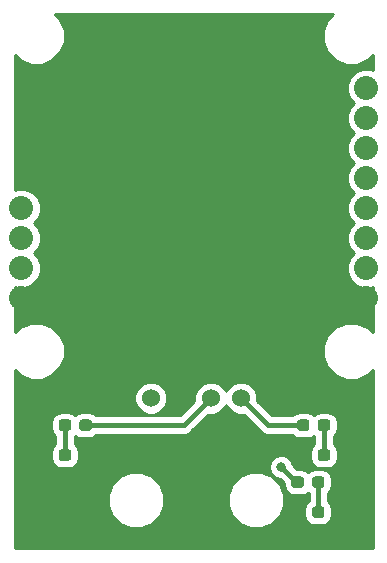
<source format=gbr>
G04 #@! TF.GenerationSoftware,KiCad,Pcbnew,(5.0.2)-1*
G04 #@! TF.CreationDate,2019-03-03T18:02:14-06:00*
G04 #@! TF.ProjectId,IMUBreakout_Hardware,494d5542-7265-4616-9b6f-75745f486172,rev?*
G04 #@! TF.SameCoordinates,Original*
G04 #@! TF.FileFunction,Copper,L1,Top*
G04 #@! TF.FilePolarity,Positive*
%FSLAX46Y46*%
G04 Gerber Fmt 4.6, Leading zero omitted, Abs format (unit mm)*
G04 Created by KiCad (PCBNEW (5.0.2)-1) date 3/3/2019 6:02:14 PM*
%MOMM*%
%LPD*%
G01*
G04 APERTURE LIST*
G04 #@! TA.AperFunction,ComponentPad*
%ADD10C,2.032000*%
G04 #@! TD*
G04 #@! TA.AperFunction,ComponentPad*
%ADD11C,1.524000*%
G04 #@! TD*
G04 #@! TA.AperFunction,Conductor*
%ADD12C,0.100000*%
G04 #@! TD*
G04 #@! TA.AperFunction,SMDPad,CuDef*
%ADD13C,0.950000*%
G04 #@! TD*
G04 #@! TA.AperFunction,ViaPad*
%ADD14C,0.800000*%
G04 #@! TD*
G04 #@! TA.AperFunction,Conductor*
%ADD15C,0.381000*%
G04 #@! TD*
G04 #@! TA.AperFunction,Conductor*
%ADD16C,0.254000*%
G04 #@! TD*
G04 APERTURE END LIST*
D10*
G04 #@! TO.P,U1,12*
G04 #@! TO.N,Net-(U1-Pad12)*
X176017999Y-69036001D03*
G04 #@! TO.P,U1,11*
G04 #@! TO.N,Net-(U1-Pad11)*
X176017999Y-71576001D03*
G04 #@! TO.P,U1,10*
G04 #@! TO.N,Net-(U1-Pad10)*
X176017999Y-74116001D03*
G04 #@! TO.P,U1,9*
G04 #@! TO.N,Net-(U1-Pad9)*
X176017999Y-76656001D03*
G04 #@! TO.P,U1,8*
G04 #@! TO.N,TX*
X176017999Y-79196001D03*
G04 #@! TO.P,U1,7*
G04 #@! TO.N,RX*
X176017999Y-81736001D03*
G04 #@! TO.P,U1,6*
G04 #@! TO.N,+3V3*
X176017999Y-84276001D03*
G04 #@! TO.P,U1,5*
G04 #@! TO.N,GND*
X176017999Y-86816001D03*
G04 #@! TO.P,U1,4*
G04 #@! TO.N,Net-(U1-Pad4)*
X146808000Y-79196001D03*
G04 #@! TO.P,U1,3*
G04 #@! TO.N,Net-(U1-Pad3)*
X146808000Y-81736001D03*
G04 #@! TO.P,U1,2*
G04 #@! TO.N,+3V3*
X146808000Y-84276001D03*
G04 #@! TO.P,U1,1*
G04 #@! TO.N,GND*
X146808000Y-86816001D03*
G04 #@! TD*
D11*
G04 #@! TO.P,Conn1,1*
G04 #@! TO.N,RX*
X165404800Y-95250000D03*
G04 #@! TO.P,Conn1,2*
G04 #@! TO.N,TX*
X162864800Y-95250000D03*
G04 #@! TO.P,Conn1,3*
G04 #@! TO.N,GND*
X160324800Y-95250000D03*
G04 #@! TO.P,Conn1,4*
G04 #@! TO.N,+3V3*
X157784800Y-95250000D03*
G04 #@! TD*
D12*
G04 #@! TO.N,GND*
G04 #@! TO.C,D1*
G36*
X170998779Y-99602144D02*
X171021834Y-99605563D01*
X171044443Y-99611227D01*
X171066387Y-99619079D01*
X171087457Y-99629044D01*
X171107448Y-99641026D01*
X171126168Y-99654910D01*
X171143438Y-99670562D01*
X171159090Y-99687832D01*
X171172974Y-99706552D01*
X171184956Y-99726543D01*
X171194921Y-99747613D01*
X171202773Y-99769557D01*
X171208437Y-99792166D01*
X171211856Y-99815221D01*
X171213000Y-99838500D01*
X171213000Y-100313500D01*
X171211856Y-100336779D01*
X171208437Y-100359834D01*
X171202773Y-100382443D01*
X171194921Y-100404387D01*
X171184956Y-100425457D01*
X171172974Y-100445448D01*
X171159090Y-100464168D01*
X171143438Y-100481438D01*
X171126168Y-100497090D01*
X171107448Y-100510974D01*
X171087457Y-100522956D01*
X171066387Y-100532921D01*
X171044443Y-100540773D01*
X171021834Y-100546437D01*
X170998779Y-100549856D01*
X170975500Y-100551000D01*
X170400500Y-100551000D01*
X170377221Y-100549856D01*
X170354166Y-100546437D01*
X170331557Y-100540773D01*
X170309613Y-100532921D01*
X170288543Y-100522956D01*
X170268552Y-100510974D01*
X170249832Y-100497090D01*
X170232562Y-100481438D01*
X170216910Y-100464168D01*
X170203026Y-100445448D01*
X170191044Y-100425457D01*
X170181079Y-100404387D01*
X170173227Y-100382443D01*
X170167563Y-100359834D01*
X170164144Y-100336779D01*
X170163000Y-100313500D01*
X170163000Y-99838500D01*
X170164144Y-99815221D01*
X170167563Y-99792166D01*
X170173227Y-99769557D01*
X170181079Y-99747613D01*
X170191044Y-99726543D01*
X170203026Y-99706552D01*
X170216910Y-99687832D01*
X170232562Y-99670562D01*
X170249832Y-99654910D01*
X170268552Y-99641026D01*
X170288543Y-99629044D01*
X170309613Y-99619079D01*
X170331557Y-99611227D01*
X170354166Y-99605563D01*
X170377221Y-99602144D01*
X170400500Y-99601000D01*
X170975500Y-99601000D01*
X170998779Y-99602144D01*
X170998779Y-99602144D01*
G37*
D13*
G04 #@! TD*
G04 #@! TO.P,D1,1*
G04 #@! TO.N,GND*
X170688000Y-100076000D03*
D12*
G04 #@! TO.N,Net-(D1-Pad2)*
G04 #@! TO.C,D1*
G36*
X172748779Y-99602144D02*
X172771834Y-99605563D01*
X172794443Y-99611227D01*
X172816387Y-99619079D01*
X172837457Y-99629044D01*
X172857448Y-99641026D01*
X172876168Y-99654910D01*
X172893438Y-99670562D01*
X172909090Y-99687832D01*
X172922974Y-99706552D01*
X172934956Y-99726543D01*
X172944921Y-99747613D01*
X172952773Y-99769557D01*
X172958437Y-99792166D01*
X172961856Y-99815221D01*
X172963000Y-99838500D01*
X172963000Y-100313500D01*
X172961856Y-100336779D01*
X172958437Y-100359834D01*
X172952773Y-100382443D01*
X172944921Y-100404387D01*
X172934956Y-100425457D01*
X172922974Y-100445448D01*
X172909090Y-100464168D01*
X172893438Y-100481438D01*
X172876168Y-100497090D01*
X172857448Y-100510974D01*
X172837457Y-100522956D01*
X172816387Y-100532921D01*
X172794443Y-100540773D01*
X172771834Y-100546437D01*
X172748779Y-100549856D01*
X172725500Y-100551000D01*
X172150500Y-100551000D01*
X172127221Y-100549856D01*
X172104166Y-100546437D01*
X172081557Y-100540773D01*
X172059613Y-100532921D01*
X172038543Y-100522956D01*
X172018552Y-100510974D01*
X171999832Y-100497090D01*
X171982562Y-100481438D01*
X171966910Y-100464168D01*
X171953026Y-100445448D01*
X171941044Y-100425457D01*
X171931079Y-100404387D01*
X171923227Y-100382443D01*
X171917563Y-100359834D01*
X171914144Y-100336779D01*
X171913000Y-100313500D01*
X171913000Y-99838500D01*
X171914144Y-99815221D01*
X171917563Y-99792166D01*
X171923227Y-99769557D01*
X171931079Y-99747613D01*
X171941044Y-99726543D01*
X171953026Y-99706552D01*
X171966910Y-99687832D01*
X171982562Y-99670562D01*
X171999832Y-99654910D01*
X172018552Y-99641026D01*
X172038543Y-99629044D01*
X172059613Y-99619079D01*
X172081557Y-99611227D01*
X172104166Y-99605563D01*
X172127221Y-99602144D01*
X172150500Y-99601000D01*
X172725500Y-99601000D01*
X172748779Y-99602144D01*
X172748779Y-99602144D01*
G37*
D13*
G04 #@! TD*
G04 #@! TO.P,D1,2*
G04 #@! TO.N,Net-(D1-Pad2)*
X172438000Y-100076000D03*
D12*
G04 #@! TO.N,Net-(D2-Pad2)*
G04 #@! TO.C,D2*
G36*
X150819779Y-99602144D02*
X150842834Y-99605563D01*
X150865443Y-99611227D01*
X150887387Y-99619079D01*
X150908457Y-99629044D01*
X150928448Y-99641026D01*
X150947168Y-99654910D01*
X150964438Y-99670562D01*
X150980090Y-99687832D01*
X150993974Y-99706552D01*
X151005956Y-99726543D01*
X151015921Y-99747613D01*
X151023773Y-99769557D01*
X151029437Y-99792166D01*
X151032856Y-99815221D01*
X151034000Y-99838500D01*
X151034000Y-100313500D01*
X151032856Y-100336779D01*
X151029437Y-100359834D01*
X151023773Y-100382443D01*
X151015921Y-100404387D01*
X151005956Y-100425457D01*
X150993974Y-100445448D01*
X150980090Y-100464168D01*
X150964438Y-100481438D01*
X150947168Y-100497090D01*
X150928448Y-100510974D01*
X150908457Y-100522956D01*
X150887387Y-100532921D01*
X150865443Y-100540773D01*
X150842834Y-100546437D01*
X150819779Y-100549856D01*
X150796500Y-100551000D01*
X150221500Y-100551000D01*
X150198221Y-100549856D01*
X150175166Y-100546437D01*
X150152557Y-100540773D01*
X150130613Y-100532921D01*
X150109543Y-100522956D01*
X150089552Y-100510974D01*
X150070832Y-100497090D01*
X150053562Y-100481438D01*
X150037910Y-100464168D01*
X150024026Y-100445448D01*
X150012044Y-100425457D01*
X150002079Y-100404387D01*
X149994227Y-100382443D01*
X149988563Y-100359834D01*
X149985144Y-100336779D01*
X149984000Y-100313500D01*
X149984000Y-99838500D01*
X149985144Y-99815221D01*
X149988563Y-99792166D01*
X149994227Y-99769557D01*
X150002079Y-99747613D01*
X150012044Y-99726543D01*
X150024026Y-99706552D01*
X150037910Y-99687832D01*
X150053562Y-99670562D01*
X150070832Y-99654910D01*
X150089552Y-99641026D01*
X150109543Y-99629044D01*
X150130613Y-99619079D01*
X150152557Y-99611227D01*
X150175166Y-99605563D01*
X150198221Y-99602144D01*
X150221500Y-99601000D01*
X150796500Y-99601000D01*
X150819779Y-99602144D01*
X150819779Y-99602144D01*
G37*
D13*
G04 #@! TD*
G04 #@! TO.P,D2,2*
G04 #@! TO.N,Net-(D2-Pad2)*
X150509000Y-100076000D03*
D12*
G04 #@! TO.N,GND*
G04 #@! TO.C,D2*
G36*
X152569779Y-99602144D02*
X152592834Y-99605563D01*
X152615443Y-99611227D01*
X152637387Y-99619079D01*
X152658457Y-99629044D01*
X152678448Y-99641026D01*
X152697168Y-99654910D01*
X152714438Y-99670562D01*
X152730090Y-99687832D01*
X152743974Y-99706552D01*
X152755956Y-99726543D01*
X152765921Y-99747613D01*
X152773773Y-99769557D01*
X152779437Y-99792166D01*
X152782856Y-99815221D01*
X152784000Y-99838500D01*
X152784000Y-100313500D01*
X152782856Y-100336779D01*
X152779437Y-100359834D01*
X152773773Y-100382443D01*
X152765921Y-100404387D01*
X152755956Y-100425457D01*
X152743974Y-100445448D01*
X152730090Y-100464168D01*
X152714438Y-100481438D01*
X152697168Y-100497090D01*
X152678448Y-100510974D01*
X152658457Y-100522956D01*
X152637387Y-100532921D01*
X152615443Y-100540773D01*
X152592834Y-100546437D01*
X152569779Y-100549856D01*
X152546500Y-100551000D01*
X151971500Y-100551000D01*
X151948221Y-100549856D01*
X151925166Y-100546437D01*
X151902557Y-100540773D01*
X151880613Y-100532921D01*
X151859543Y-100522956D01*
X151839552Y-100510974D01*
X151820832Y-100497090D01*
X151803562Y-100481438D01*
X151787910Y-100464168D01*
X151774026Y-100445448D01*
X151762044Y-100425457D01*
X151752079Y-100404387D01*
X151744227Y-100382443D01*
X151738563Y-100359834D01*
X151735144Y-100336779D01*
X151734000Y-100313500D01*
X151734000Y-99838500D01*
X151735144Y-99815221D01*
X151738563Y-99792166D01*
X151744227Y-99769557D01*
X151752079Y-99747613D01*
X151762044Y-99726543D01*
X151774026Y-99706552D01*
X151787910Y-99687832D01*
X151803562Y-99670562D01*
X151820832Y-99654910D01*
X151839552Y-99641026D01*
X151859543Y-99629044D01*
X151880613Y-99619079D01*
X151902557Y-99611227D01*
X151925166Y-99605563D01*
X151948221Y-99602144D01*
X151971500Y-99601000D01*
X152546500Y-99601000D01*
X152569779Y-99602144D01*
X152569779Y-99602144D01*
G37*
D13*
G04 #@! TD*
G04 #@! TO.P,D2,1*
G04 #@! TO.N,GND*
X152259000Y-100076000D03*
D12*
G04 #@! TO.N,Net-(D1-Pad2)*
G04 #@! TO.C,R1*
G36*
X172748779Y-97062144D02*
X172771834Y-97065563D01*
X172794443Y-97071227D01*
X172816387Y-97079079D01*
X172837457Y-97089044D01*
X172857448Y-97101026D01*
X172876168Y-97114910D01*
X172893438Y-97130562D01*
X172909090Y-97147832D01*
X172922974Y-97166552D01*
X172934956Y-97186543D01*
X172944921Y-97207613D01*
X172952773Y-97229557D01*
X172958437Y-97252166D01*
X172961856Y-97275221D01*
X172963000Y-97298500D01*
X172963000Y-97773500D01*
X172961856Y-97796779D01*
X172958437Y-97819834D01*
X172952773Y-97842443D01*
X172944921Y-97864387D01*
X172934956Y-97885457D01*
X172922974Y-97905448D01*
X172909090Y-97924168D01*
X172893438Y-97941438D01*
X172876168Y-97957090D01*
X172857448Y-97970974D01*
X172837457Y-97982956D01*
X172816387Y-97992921D01*
X172794443Y-98000773D01*
X172771834Y-98006437D01*
X172748779Y-98009856D01*
X172725500Y-98011000D01*
X172150500Y-98011000D01*
X172127221Y-98009856D01*
X172104166Y-98006437D01*
X172081557Y-98000773D01*
X172059613Y-97992921D01*
X172038543Y-97982956D01*
X172018552Y-97970974D01*
X171999832Y-97957090D01*
X171982562Y-97941438D01*
X171966910Y-97924168D01*
X171953026Y-97905448D01*
X171941044Y-97885457D01*
X171931079Y-97864387D01*
X171923227Y-97842443D01*
X171917563Y-97819834D01*
X171914144Y-97796779D01*
X171913000Y-97773500D01*
X171913000Y-97298500D01*
X171914144Y-97275221D01*
X171917563Y-97252166D01*
X171923227Y-97229557D01*
X171931079Y-97207613D01*
X171941044Y-97186543D01*
X171953026Y-97166552D01*
X171966910Y-97147832D01*
X171982562Y-97130562D01*
X171999832Y-97114910D01*
X172018552Y-97101026D01*
X172038543Y-97089044D01*
X172059613Y-97079079D01*
X172081557Y-97071227D01*
X172104166Y-97065563D01*
X172127221Y-97062144D01*
X172150500Y-97061000D01*
X172725500Y-97061000D01*
X172748779Y-97062144D01*
X172748779Y-97062144D01*
G37*
D13*
G04 #@! TD*
G04 #@! TO.P,R1,1*
G04 #@! TO.N,Net-(D1-Pad2)*
X172438000Y-97536000D03*
D12*
G04 #@! TO.N,RX*
G04 #@! TO.C,R1*
G36*
X170998779Y-97062144D02*
X171021834Y-97065563D01*
X171044443Y-97071227D01*
X171066387Y-97079079D01*
X171087457Y-97089044D01*
X171107448Y-97101026D01*
X171126168Y-97114910D01*
X171143438Y-97130562D01*
X171159090Y-97147832D01*
X171172974Y-97166552D01*
X171184956Y-97186543D01*
X171194921Y-97207613D01*
X171202773Y-97229557D01*
X171208437Y-97252166D01*
X171211856Y-97275221D01*
X171213000Y-97298500D01*
X171213000Y-97773500D01*
X171211856Y-97796779D01*
X171208437Y-97819834D01*
X171202773Y-97842443D01*
X171194921Y-97864387D01*
X171184956Y-97885457D01*
X171172974Y-97905448D01*
X171159090Y-97924168D01*
X171143438Y-97941438D01*
X171126168Y-97957090D01*
X171107448Y-97970974D01*
X171087457Y-97982956D01*
X171066387Y-97992921D01*
X171044443Y-98000773D01*
X171021834Y-98006437D01*
X170998779Y-98009856D01*
X170975500Y-98011000D01*
X170400500Y-98011000D01*
X170377221Y-98009856D01*
X170354166Y-98006437D01*
X170331557Y-98000773D01*
X170309613Y-97992921D01*
X170288543Y-97982956D01*
X170268552Y-97970974D01*
X170249832Y-97957090D01*
X170232562Y-97941438D01*
X170216910Y-97924168D01*
X170203026Y-97905448D01*
X170191044Y-97885457D01*
X170181079Y-97864387D01*
X170173227Y-97842443D01*
X170167563Y-97819834D01*
X170164144Y-97796779D01*
X170163000Y-97773500D01*
X170163000Y-97298500D01*
X170164144Y-97275221D01*
X170167563Y-97252166D01*
X170173227Y-97229557D01*
X170181079Y-97207613D01*
X170191044Y-97186543D01*
X170203026Y-97166552D01*
X170216910Y-97147832D01*
X170232562Y-97130562D01*
X170249832Y-97114910D01*
X170268552Y-97101026D01*
X170288543Y-97089044D01*
X170309613Y-97079079D01*
X170331557Y-97071227D01*
X170354166Y-97065563D01*
X170377221Y-97062144D01*
X170400500Y-97061000D01*
X170975500Y-97061000D01*
X170998779Y-97062144D01*
X170998779Y-97062144D01*
G37*
D13*
G04 #@! TD*
G04 #@! TO.P,R1,2*
G04 #@! TO.N,RX*
X170688000Y-97536000D03*
D12*
G04 #@! TO.N,TX*
G04 #@! TO.C,R2*
G36*
X152569779Y-97062144D02*
X152592834Y-97065563D01*
X152615443Y-97071227D01*
X152637387Y-97079079D01*
X152658457Y-97089044D01*
X152678448Y-97101026D01*
X152697168Y-97114910D01*
X152714438Y-97130562D01*
X152730090Y-97147832D01*
X152743974Y-97166552D01*
X152755956Y-97186543D01*
X152765921Y-97207613D01*
X152773773Y-97229557D01*
X152779437Y-97252166D01*
X152782856Y-97275221D01*
X152784000Y-97298500D01*
X152784000Y-97773500D01*
X152782856Y-97796779D01*
X152779437Y-97819834D01*
X152773773Y-97842443D01*
X152765921Y-97864387D01*
X152755956Y-97885457D01*
X152743974Y-97905448D01*
X152730090Y-97924168D01*
X152714438Y-97941438D01*
X152697168Y-97957090D01*
X152678448Y-97970974D01*
X152658457Y-97982956D01*
X152637387Y-97992921D01*
X152615443Y-98000773D01*
X152592834Y-98006437D01*
X152569779Y-98009856D01*
X152546500Y-98011000D01*
X151971500Y-98011000D01*
X151948221Y-98009856D01*
X151925166Y-98006437D01*
X151902557Y-98000773D01*
X151880613Y-97992921D01*
X151859543Y-97982956D01*
X151839552Y-97970974D01*
X151820832Y-97957090D01*
X151803562Y-97941438D01*
X151787910Y-97924168D01*
X151774026Y-97905448D01*
X151762044Y-97885457D01*
X151752079Y-97864387D01*
X151744227Y-97842443D01*
X151738563Y-97819834D01*
X151735144Y-97796779D01*
X151734000Y-97773500D01*
X151734000Y-97298500D01*
X151735144Y-97275221D01*
X151738563Y-97252166D01*
X151744227Y-97229557D01*
X151752079Y-97207613D01*
X151762044Y-97186543D01*
X151774026Y-97166552D01*
X151787910Y-97147832D01*
X151803562Y-97130562D01*
X151820832Y-97114910D01*
X151839552Y-97101026D01*
X151859543Y-97089044D01*
X151880613Y-97079079D01*
X151902557Y-97071227D01*
X151925166Y-97065563D01*
X151948221Y-97062144D01*
X151971500Y-97061000D01*
X152546500Y-97061000D01*
X152569779Y-97062144D01*
X152569779Y-97062144D01*
G37*
D13*
G04 #@! TD*
G04 #@! TO.P,R2,2*
G04 #@! TO.N,TX*
X152259000Y-97536000D03*
D12*
G04 #@! TO.N,Net-(D2-Pad2)*
G04 #@! TO.C,R2*
G36*
X150819779Y-97062144D02*
X150842834Y-97065563D01*
X150865443Y-97071227D01*
X150887387Y-97079079D01*
X150908457Y-97089044D01*
X150928448Y-97101026D01*
X150947168Y-97114910D01*
X150964438Y-97130562D01*
X150980090Y-97147832D01*
X150993974Y-97166552D01*
X151005956Y-97186543D01*
X151015921Y-97207613D01*
X151023773Y-97229557D01*
X151029437Y-97252166D01*
X151032856Y-97275221D01*
X151034000Y-97298500D01*
X151034000Y-97773500D01*
X151032856Y-97796779D01*
X151029437Y-97819834D01*
X151023773Y-97842443D01*
X151015921Y-97864387D01*
X151005956Y-97885457D01*
X150993974Y-97905448D01*
X150980090Y-97924168D01*
X150964438Y-97941438D01*
X150947168Y-97957090D01*
X150928448Y-97970974D01*
X150908457Y-97982956D01*
X150887387Y-97992921D01*
X150865443Y-98000773D01*
X150842834Y-98006437D01*
X150819779Y-98009856D01*
X150796500Y-98011000D01*
X150221500Y-98011000D01*
X150198221Y-98009856D01*
X150175166Y-98006437D01*
X150152557Y-98000773D01*
X150130613Y-97992921D01*
X150109543Y-97982956D01*
X150089552Y-97970974D01*
X150070832Y-97957090D01*
X150053562Y-97941438D01*
X150037910Y-97924168D01*
X150024026Y-97905448D01*
X150012044Y-97885457D01*
X150002079Y-97864387D01*
X149994227Y-97842443D01*
X149988563Y-97819834D01*
X149985144Y-97796779D01*
X149984000Y-97773500D01*
X149984000Y-97298500D01*
X149985144Y-97275221D01*
X149988563Y-97252166D01*
X149994227Y-97229557D01*
X150002079Y-97207613D01*
X150012044Y-97186543D01*
X150024026Y-97166552D01*
X150037910Y-97147832D01*
X150053562Y-97130562D01*
X150070832Y-97114910D01*
X150089552Y-97101026D01*
X150109543Y-97089044D01*
X150130613Y-97079079D01*
X150152557Y-97071227D01*
X150175166Y-97065563D01*
X150198221Y-97062144D01*
X150221500Y-97061000D01*
X150796500Y-97061000D01*
X150819779Y-97062144D01*
X150819779Y-97062144D01*
G37*
D13*
G04 #@! TD*
G04 #@! TO.P,R2,1*
G04 #@! TO.N,Net-(D2-Pad2)*
X150509000Y-97536000D03*
D12*
G04 #@! TO.N,GND*
G04 #@! TO.C,D3*
G36*
X170518779Y-104428144D02*
X170541834Y-104431563D01*
X170564443Y-104437227D01*
X170586387Y-104445079D01*
X170607457Y-104455044D01*
X170627448Y-104467026D01*
X170646168Y-104480910D01*
X170663438Y-104496562D01*
X170679090Y-104513832D01*
X170692974Y-104532552D01*
X170704956Y-104552543D01*
X170714921Y-104573613D01*
X170722773Y-104595557D01*
X170728437Y-104618166D01*
X170731856Y-104641221D01*
X170733000Y-104664500D01*
X170733000Y-105139500D01*
X170731856Y-105162779D01*
X170728437Y-105185834D01*
X170722773Y-105208443D01*
X170714921Y-105230387D01*
X170704956Y-105251457D01*
X170692974Y-105271448D01*
X170679090Y-105290168D01*
X170663438Y-105307438D01*
X170646168Y-105323090D01*
X170627448Y-105336974D01*
X170607457Y-105348956D01*
X170586387Y-105358921D01*
X170564443Y-105366773D01*
X170541834Y-105372437D01*
X170518779Y-105375856D01*
X170495500Y-105377000D01*
X169920500Y-105377000D01*
X169897221Y-105375856D01*
X169874166Y-105372437D01*
X169851557Y-105366773D01*
X169829613Y-105358921D01*
X169808543Y-105348956D01*
X169788552Y-105336974D01*
X169769832Y-105323090D01*
X169752562Y-105307438D01*
X169736910Y-105290168D01*
X169723026Y-105271448D01*
X169711044Y-105251457D01*
X169701079Y-105230387D01*
X169693227Y-105208443D01*
X169687563Y-105185834D01*
X169684144Y-105162779D01*
X169683000Y-105139500D01*
X169683000Y-104664500D01*
X169684144Y-104641221D01*
X169687563Y-104618166D01*
X169693227Y-104595557D01*
X169701079Y-104573613D01*
X169711044Y-104552543D01*
X169723026Y-104532552D01*
X169736910Y-104513832D01*
X169752562Y-104496562D01*
X169769832Y-104480910D01*
X169788552Y-104467026D01*
X169808543Y-104455044D01*
X169829613Y-104445079D01*
X169851557Y-104437227D01*
X169874166Y-104431563D01*
X169897221Y-104428144D01*
X169920500Y-104427000D01*
X170495500Y-104427000D01*
X170518779Y-104428144D01*
X170518779Y-104428144D01*
G37*
D13*
G04 #@! TD*
G04 #@! TO.P,D3,1*
G04 #@! TO.N,GND*
X170208000Y-104902000D03*
D12*
G04 #@! TO.N,Net-(D3-Pad2)*
G04 #@! TO.C,D3*
G36*
X172268779Y-104428144D02*
X172291834Y-104431563D01*
X172314443Y-104437227D01*
X172336387Y-104445079D01*
X172357457Y-104455044D01*
X172377448Y-104467026D01*
X172396168Y-104480910D01*
X172413438Y-104496562D01*
X172429090Y-104513832D01*
X172442974Y-104532552D01*
X172454956Y-104552543D01*
X172464921Y-104573613D01*
X172472773Y-104595557D01*
X172478437Y-104618166D01*
X172481856Y-104641221D01*
X172483000Y-104664500D01*
X172483000Y-105139500D01*
X172481856Y-105162779D01*
X172478437Y-105185834D01*
X172472773Y-105208443D01*
X172464921Y-105230387D01*
X172454956Y-105251457D01*
X172442974Y-105271448D01*
X172429090Y-105290168D01*
X172413438Y-105307438D01*
X172396168Y-105323090D01*
X172377448Y-105336974D01*
X172357457Y-105348956D01*
X172336387Y-105358921D01*
X172314443Y-105366773D01*
X172291834Y-105372437D01*
X172268779Y-105375856D01*
X172245500Y-105377000D01*
X171670500Y-105377000D01*
X171647221Y-105375856D01*
X171624166Y-105372437D01*
X171601557Y-105366773D01*
X171579613Y-105358921D01*
X171558543Y-105348956D01*
X171538552Y-105336974D01*
X171519832Y-105323090D01*
X171502562Y-105307438D01*
X171486910Y-105290168D01*
X171473026Y-105271448D01*
X171461044Y-105251457D01*
X171451079Y-105230387D01*
X171443227Y-105208443D01*
X171437563Y-105185834D01*
X171434144Y-105162779D01*
X171433000Y-105139500D01*
X171433000Y-104664500D01*
X171434144Y-104641221D01*
X171437563Y-104618166D01*
X171443227Y-104595557D01*
X171451079Y-104573613D01*
X171461044Y-104552543D01*
X171473026Y-104532552D01*
X171486910Y-104513832D01*
X171502562Y-104496562D01*
X171519832Y-104480910D01*
X171538552Y-104467026D01*
X171558543Y-104455044D01*
X171579613Y-104445079D01*
X171601557Y-104437227D01*
X171624166Y-104431563D01*
X171647221Y-104428144D01*
X171670500Y-104427000D01*
X172245500Y-104427000D01*
X172268779Y-104428144D01*
X172268779Y-104428144D01*
G37*
D13*
G04 #@! TD*
G04 #@! TO.P,D3,2*
G04 #@! TO.N,Net-(D3-Pad2)*
X171958000Y-104902000D03*
D12*
G04 #@! TO.N,Net-(D3-Pad2)*
G04 #@! TO.C,R3*
G36*
X172268779Y-101888144D02*
X172291834Y-101891563D01*
X172314443Y-101897227D01*
X172336387Y-101905079D01*
X172357457Y-101915044D01*
X172377448Y-101927026D01*
X172396168Y-101940910D01*
X172413438Y-101956562D01*
X172429090Y-101973832D01*
X172442974Y-101992552D01*
X172454956Y-102012543D01*
X172464921Y-102033613D01*
X172472773Y-102055557D01*
X172478437Y-102078166D01*
X172481856Y-102101221D01*
X172483000Y-102124500D01*
X172483000Y-102599500D01*
X172481856Y-102622779D01*
X172478437Y-102645834D01*
X172472773Y-102668443D01*
X172464921Y-102690387D01*
X172454956Y-102711457D01*
X172442974Y-102731448D01*
X172429090Y-102750168D01*
X172413438Y-102767438D01*
X172396168Y-102783090D01*
X172377448Y-102796974D01*
X172357457Y-102808956D01*
X172336387Y-102818921D01*
X172314443Y-102826773D01*
X172291834Y-102832437D01*
X172268779Y-102835856D01*
X172245500Y-102837000D01*
X171670500Y-102837000D01*
X171647221Y-102835856D01*
X171624166Y-102832437D01*
X171601557Y-102826773D01*
X171579613Y-102818921D01*
X171558543Y-102808956D01*
X171538552Y-102796974D01*
X171519832Y-102783090D01*
X171502562Y-102767438D01*
X171486910Y-102750168D01*
X171473026Y-102731448D01*
X171461044Y-102711457D01*
X171451079Y-102690387D01*
X171443227Y-102668443D01*
X171437563Y-102645834D01*
X171434144Y-102622779D01*
X171433000Y-102599500D01*
X171433000Y-102124500D01*
X171434144Y-102101221D01*
X171437563Y-102078166D01*
X171443227Y-102055557D01*
X171451079Y-102033613D01*
X171461044Y-102012543D01*
X171473026Y-101992552D01*
X171486910Y-101973832D01*
X171502562Y-101956562D01*
X171519832Y-101940910D01*
X171538552Y-101927026D01*
X171558543Y-101915044D01*
X171579613Y-101905079D01*
X171601557Y-101897227D01*
X171624166Y-101891563D01*
X171647221Y-101888144D01*
X171670500Y-101887000D01*
X172245500Y-101887000D01*
X172268779Y-101888144D01*
X172268779Y-101888144D01*
G37*
D13*
G04 #@! TD*
G04 #@! TO.P,R3,1*
G04 #@! TO.N,Net-(D3-Pad2)*
X171958000Y-102362000D03*
D12*
G04 #@! TO.N,+3V3*
G04 #@! TO.C,R3*
G36*
X170518779Y-101888144D02*
X170541834Y-101891563D01*
X170564443Y-101897227D01*
X170586387Y-101905079D01*
X170607457Y-101915044D01*
X170627448Y-101927026D01*
X170646168Y-101940910D01*
X170663438Y-101956562D01*
X170679090Y-101973832D01*
X170692974Y-101992552D01*
X170704956Y-102012543D01*
X170714921Y-102033613D01*
X170722773Y-102055557D01*
X170728437Y-102078166D01*
X170731856Y-102101221D01*
X170733000Y-102124500D01*
X170733000Y-102599500D01*
X170731856Y-102622779D01*
X170728437Y-102645834D01*
X170722773Y-102668443D01*
X170714921Y-102690387D01*
X170704956Y-102711457D01*
X170692974Y-102731448D01*
X170679090Y-102750168D01*
X170663438Y-102767438D01*
X170646168Y-102783090D01*
X170627448Y-102796974D01*
X170607457Y-102808956D01*
X170586387Y-102818921D01*
X170564443Y-102826773D01*
X170541834Y-102832437D01*
X170518779Y-102835856D01*
X170495500Y-102837000D01*
X169920500Y-102837000D01*
X169897221Y-102835856D01*
X169874166Y-102832437D01*
X169851557Y-102826773D01*
X169829613Y-102818921D01*
X169808543Y-102808956D01*
X169788552Y-102796974D01*
X169769832Y-102783090D01*
X169752562Y-102767438D01*
X169736910Y-102750168D01*
X169723026Y-102731448D01*
X169711044Y-102711457D01*
X169701079Y-102690387D01*
X169693227Y-102668443D01*
X169687563Y-102645834D01*
X169684144Y-102622779D01*
X169683000Y-102599500D01*
X169683000Y-102124500D01*
X169684144Y-102101221D01*
X169687563Y-102078166D01*
X169693227Y-102055557D01*
X169701079Y-102033613D01*
X169711044Y-102012543D01*
X169723026Y-101992552D01*
X169736910Y-101973832D01*
X169752562Y-101956562D01*
X169769832Y-101940910D01*
X169788552Y-101927026D01*
X169808543Y-101915044D01*
X169829613Y-101905079D01*
X169851557Y-101897227D01*
X169874166Y-101891563D01*
X169897221Y-101888144D01*
X169920500Y-101887000D01*
X170495500Y-101887000D01*
X170518779Y-101888144D01*
X170518779Y-101888144D01*
G37*
D13*
G04 #@! TD*
G04 #@! TO.P,R3,2*
G04 #@! TO.N,+3V3*
X170208000Y-102362000D03*
D14*
G04 #@! TO.N,+3V3*
X168811804Y-101090688D03*
G04 #@! TD*
D15*
G04 #@! TO.N,GND*
X170662600Y-100101400D02*
X170688000Y-100076000D01*
G04 #@! TO.N,+3V3*
X170208000Y-102362000D02*
X169926000Y-102362000D01*
X169827804Y-102106688D02*
X168811804Y-101090688D01*
G04 #@! TO.N,TX*
X160578800Y-97536000D02*
X162864800Y-95250000D01*
X152259000Y-97536000D02*
X160578800Y-97536000D01*
G04 #@! TO.N,RX*
X167690800Y-97536000D02*
X165404800Y-95250000D01*
X170688000Y-97536000D02*
X167690800Y-97536000D01*
G04 #@! TO.N,Net-(D1-Pad2)*
X172438000Y-100076000D02*
X172438000Y-97536000D01*
G04 #@! TO.N,Net-(D2-Pad2)*
X150509000Y-100076000D02*
X150509000Y-97536000D01*
G04 #@! TO.N,Net-(D3-Pad2)*
X171958000Y-104902000D02*
X171958000Y-102362000D01*
G04 #@! TD*
D16*
G04 #@! TO.N,GND*
G36*
X172702358Y-63229147D02*
X172335000Y-64116026D01*
X172335000Y-65075976D01*
X172702358Y-65962855D01*
X173381146Y-66641643D01*
X174268025Y-67009001D01*
X175227975Y-67009001D01*
X176114854Y-66641643D01*
X176581046Y-66175451D01*
X176580294Y-67481882D01*
X176346403Y-67385001D01*
X175689595Y-67385001D01*
X175082783Y-67636351D01*
X174618349Y-68100785D01*
X174366999Y-68707597D01*
X174366999Y-69364405D01*
X174618349Y-69971217D01*
X174953133Y-70306001D01*
X174618349Y-70640785D01*
X174366999Y-71247597D01*
X174366999Y-71904405D01*
X174618349Y-72511217D01*
X174953133Y-72846001D01*
X174618349Y-73180785D01*
X174366999Y-73787597D01*
X174366999Y-74444405D01*
X174618349Y-75051217D01*
X174953133Y-75386001D01*
X174618349Y-75720785D01*
X174366999Y-76327597D01*
X174366999Y-76984405D01*
X174618349Y-77591217D01*
X174953133Y-77926001D01*
X174618349Y-78260785D01*
X174366999Y-78867597D01*
X174366999Y-79524405D01*
X174618349Y-80131217D01*
X174953133Y-80466001D01*
X174618349Y-80800785D01*
X174366999Y-81407597D01*
X174366999Y-82064405D01*
X174618349Y-82671217D01*
X174953133Y-83006001D01*
X174618349Y-83340785D01*
X174366999Y-83947597D01*
X174366999Y-84604405D01*
X174618349Y-85211217D01*
X175082783Y-85675651D01*
X175689595Y-85927001D01*
X176346403Y-85927001D01*
X176569734Y-85834494D01*
X176567526Y-89673031D01*
X176114854Y-89220359D01*
X175227975Y-88853001D01*
X174268025Y-88853001D01*
X173381146Y-89220359D01*
X172702358Y-89899147D01*
X172335000Y-90786026D01*
X172335000Y-91745976D01*
X172702358Y-92632855D01*
X173381146Y-93311643D01*
X174268025Y-93679001D01*
X175227975Y-93679001D01*
X176114854Y-93311643D01*
X176565691Y-92860806D01*
X176557009Y-107951200D01*
X146276992Y-107951200D01*
X146274385Y-103416567D01*
X154154800Y-103416567D01*
X154154800Y-104355433D01*
X154514089Y-105222833D01*
X155177967Y-105886711D01*
X156045367Y-106246000D01*
X156984233Y-106246000D01*
X157851633Y-105886711D01*
X158515511Y-105222833D01*
X158874800Y-104355433D01*
X158874800Y-103416567D01*
X164314800Y-103416567D01*
X164314800Y-104355433D01*
X164674089Y-105222833D01*
X165337967Y-105886711D01*
X166205367Y-106246000D01*
X167144233Y-106246000D01*
X168011633Y-105886711D01*
X168675511Y-105222833D01*
X169034800Y-104355433D01*
X169034800Y-103416567D01*
X168675511Y-102549167D01*
X168011633Y-101885289D01*
X167144233Y-101526000D01*
X166205367Y-101526000D01*
X165337967Y-101885289D01*
X164674089Y-102549167D01*
X164314800Y-103416567D01*
X158874800Y-103416567D01*
X158515511Y-102549167D01*
X157851633Y-101885289D01*
X156984233Y-101526000D01*
X156045367Y-101526000D01*
X155177967Y-101885289D01*
X154514089Y-102549167D01*
X154154800Y-103416567D01*
X146274385Y-103416567D01*
X146270867Y-97298500D01*
X149336560Y-97298500D01*
X149336560Y-97773500D01*
X149403922Y-98112152D01*
X149595753Y-98399247D01*
X149683501Y-98457878D01*
X149683500Y-99154122D01*
X149595753Y-99212753D01*
X149403922Y-99499848D01*
X149336560Y-99838500D01*
X149336560Y-100313500D01*
X149403922Y-100652152D01*
X149595753Y-100939247D01*
X149882848Y-101131078D01*
X150221500Y-101198440D01*
X150796500Y-101198440D01*
X151135152Y-101131078D01*
X151422247Y-100939247D01*
X151458618Y-100884814D01*
X167776804Y-100884814D01*
X167776804Y-101296562D01*
X167934373Y-101676968D01*
X168225524Y-101968119D01*
X168605930Y-102125688D01*
X168679372Y-102125688D01*
X169035560Y-102481877D01*
X169035560Y-102599500D01*
X169102922Y-102938152D01*
X169294753Y-103225247D01*
X169581848Y-103417078D01*
X169920500Y-103484440D01*
X170495500Y-103484440D01*
X170834152Y-103417078D01*
X171083000Y-103250803D01*
X171132501Y-103283878D01*
X171132500Y-103980122D01*
X171044753Y-104038753D01*
X170852922Y-104325848D01*
X170785560Y-104664500D01*
X170785560Y-105139500D01*
X170852922Y-105478152D01*
X171044753Y-105765247D01*
X171331848Y-105957078D01*
X171670500Y-106024440D01*
X172245500Y-106024440D01*
X172584152Y-105957078D01*
X172871247Y-105765247D01*
X173063078Y-105478152D01*
X173130440Y-105139500D01*
X173130440Y-104664500D01*
X173063078Y-104325848D01*
X172871247Y-104038753D01*
X172783500Y-103980122D01*
X172783500Y-103283878D01*
X172871247Y-103225247D01*
X173063078Y-102938152D01*
X173130440Y-102599500D01*
X173130440Y-102124500D01*
X173063078Y-101785848D01*
X172871247Y-101498753D01*
X172584152Y-101306922D01*
X172245500Y-101239560D01*
X171670500Y-101239560D01*
X171331848Y-101306922D01*
X171083000Y-101473197D01*
X170834152Y-101306922D01*
X170495500Y-101239560D01*
X170128109Y-101239560D01*
X169846804Y-100958256D01*
X169846804Y-100884814D01*
X169689235Y-100504408D01*
X169398084Y-100213257D01*
X169017678Y-100055688D01*
X168605930Y-100055688D01*
X168225524Y-100213257D01*
X167934373Y-100504408D01*
X167776804Y-100884814D01*
X151458618Y-100884814D01*
X151614078Y-100652152D01*
X151681440Y-100313500D01*
X151681440Y-99838500D01*
X151614078Y-99499848D01*
X151422247Y-99212753D01*
X151334500Y-99154122D01*
X151334500Y-98457878D01*
X151384000Y-98424803D01*
X151632848Y-98591078D01*
X151971500Y-98658440D01*
X152546500Y-98658440D01*
X152885152Y-98591078D01*
X153172247Y-98399247D01*
X153197469Y-98361500D01*
X160497499Y-98361500D01*
X160578800Y-98377672D01*
X160660101Y-98361500D01*
X160660103Y-98361500D01*
X160900894Y-98313604D01*
X161173952Y-98131152D01*
X161220009Y-98062223D01*
X162635233Y-96647000D01*
X163142681Y-96647000D01*
X163656137Y-96434320D01*
X164049120Y-96041337D01*
X164134800Y-95834487D01*
X164220480Y-96041337D01*
X164613463Y-96434320D01*
X165126919Y-96647000D01*
X165634368Y-96647000D01*
X167049593Y-98062226D01*
X167095648Y-98131152D01*
X167368706Y-98313604D01*
X167609497Y-98361500D01*
X167609501Y-98361500D01*
X167690799Y-98377671D01*
X167772097Y-98361500D01*
X169749531Y-98361500D01*
X169774753Y-98399247D01*
X170061848Y-98591078D01*
X170400500Y-98658440D01*
X170975500Y-98658440D01*
X171314152Y-98591078D01*
X171563000Y-98424803D01*
X171612501Y-98457878D01*
X171612500Y-99154122D01*
X171524753Y-99212753D01*
X171332922Y-99499848D01*
X171265560Y-99838500D01*
X171265560Y-100313500D01*
X171332922Y-100652152D01*
X171524753Y-100939247D01*
X171811848Y-101131078D01*
X172150500Y-101198440D01*
X172725500Y-101198440D01*
X173064152Y-101131078D01*
X173351247Y-100939247D01*
X173543078Y-100652152D01*
X173610440Y-100313500D01*
X173610440Y-99838500D01*
X173543078Y-99499848D01*
X173351247Y-99212753D01*
X173263500Y-99154122D01*
X173263500Y-98457878D01*
X173351247Y-98399247D01*
X173543078Y-98112152D01*
X173610440Y-97773500D01*
X173610440Y-97298500D01*
X173543078Y-96959848D01*
X173351247Y-96672753D01*
X173064152Y-96480922D01*
X172725500Y-96413560D01*
X172150500Y-96413560D01*
X171811848Y-96480922D01*
X171563000Y-96647197D01*
X171314152Y-96480922D01*
X170975500Y-96413560D01*
X170400500Y-96413560D01*
X170061848Y-96480922D01*
X169774753Y-96672753D01*
X169749531Y-96710500D01*
X168032733Y-96710500D01*
X166801800Y-95479568D01*
X166801800Y-94972119D01*
X166589120Y-94458663D01*
X166196137Y-94065680D01*
X165682681Y-93853000D01*
X165126919Y-93853000D01*
X164613463Y-94065680D01*
X164220480Y-94458663D01*
X164134800Y-94665513D01*
X164049120Y-94458663D01*
X163656137Y-94065680D01*
X163142681Y-93853000D01*
X162586919Y-93853000D01*
X162073463Y-94065680D01*
X161680480Y-94458663D01*
X161467800Y-94972119D01*
X161467800Y-95479567D01*
X160236868Y-96710500D01*
X153197469Y-96710500D01*
X153172247Y-96672753D01*
X152885152Y-96480922D01*
X152546500Y-96413560D01*
X151971500Y-96413560D01*
X151632848Y-96480922D01*
X151384000Y-96647197D01*
X151135152Y-96480922D01*
X150796500Y-96413560D01*
X150221500Y-96413560D01*
X149882848Y-96480922D01*
X149595753Y-96672753D01*
X149403922Y-96959848D01*
X149336560Y-97298500D01*
X146270867Y-97298500D01*
X146269529Y-94972119D01*
X156387800Y-94972119D01*
X156387800Y-95527881D01*
X156600480Y-96041337D01*
X156993463Y-96434320D01*
X157506919Y-96647000D01*
X158062681Y-96647000D01*
X158576137Y-96434320D01*
X158969120Y-96041337D01*
X159181800Y-95527881D01*
X159181800Y-94972119D01*
X158969120Y-94458663D01*
X158576137Y-94065680D01*
X158062681Y-93853000D01*
X157506919Y-93853000D01*
X156993463Y-94065680D01*
X156600480Y-94458663D01*
X156387800Y-94972119D01*
X146269529Y-94972119D01*
X146268319Y-92868816D01*
X146711146Y-93311643D01*
X147598025Y-93679001D01*
X148557975Y-93679001D01*
X149444854Y-93311643D01*
X150123642Y-92632855D01*
X150491000Y-91745976D01*
X150491000Y-90786026D01*
X150123642Y-89899147D01*
X149444854Y-89220359D01*
X148557975Y-88853001D01*
X147598025Y-88853001D01*
X146711146Y-89220359D01*
X146266476Y-89665029D01*
X146264275Y-85837812D01*
X146479596Y-85927001D01*
X147136404Y-85927001D01*
X147743216Y-85675651D01*
X148207650Y-85211217D01*
X148459000Y-84604405D01*
X148459000Y-83947597D01*
X148207650Y-83340785D01*
X147872866Y-83006001D01*
X148207650Y-82671217D01*
X148459000Y-82064405D01*
X148459000Y-81407597D01*
X148207650Y-80800785D01*
X147872866Y-80466001D01*
X148207650Y-80131217D01*
X148459000Y-79524405D01*
X148459000Y-78867597D01*
X148207650Y-78260785D01*
X147743216Y-77796351D01*
X147136404Y-77545001D01*
X146479596Y-77545001D01*
X146259559Y-77636143D01*
X146252973Y-66183470D01*
X146711146Y-66641643D01*
X147598025Y-67009001D01*
X148557975Y-67009001D01*
X149444854Y-66641643D01*
X150123642Y-65962855D01*
X150491000Y-65075976D01*
X150491000Y-64116026D01*
X150123642Y-63229147D01*
X149656695Y-62762200D01*
X173169305Y-62762200D01*
X172702358Y-63229147D01*
X172702358Y-63229147D01*
G37*
X172702358Y-63229147D02*
X172335000Y-64116026D01*
X172335000Y-65075976D01*
X172702358Y-65962855D01*
X173381146Y-66641643D01*
X174268025Y-67009001D01*
X175227975Y-67009001D01*
X176114854Y-66641643D01*
X176581046Y-66175451D01*
X176580294Y-67481882D01*
X176346403Y-67385001D01*
X175689595Y-67385001D01*
X175082783Y-67636351D01*
X174618349Y-68100785D01*
X174366999Y-68707597D01*
X174366999Y-69364405D01*
X174618349Y-69971217D01*
X174953133Y-70306001D01*
X174618349Y-70640785D01*
X174366999Y-71247597D01*
X174366999Y-71904405D01*
X174618349Y-72511217D01*
X174953133Y-72846001D01*
X174618349Y-73180785D01*
X174366999Y-73787597D01*
X174366999Y-74444405D01*
X174618349Y-75051217D01*
X174953133Y-75386001D01*
X174618349Y-75720785D01*
X174366999Y-76327597D01*
X174366999Y-76984405D01*
X174618349Y-77591217D01*
X174953133Y-77926001D01*
X174618349Y-78260785D01*
X174366999Y-78867597D01*
X174366999Y-79524405D01*
X174618349Y-80131217D01*
X174953133Y-80466001D01*
X174618349Y-80800785D01*
X174366999Y-81407597D01*
X174366999Y-82064405D01*
X174618349Y-82671217D01*
X174953133Y-83006001D01*
X174618349Y-83340785D01*
X174366999Y-83947597D01*
X174366999Y-84604405D01*
X174618349Y-85211217D01*
X175082783Y-85675651D01*
X175689595Y-85927001D01*
X176346403Y-85927001D01*
X176569734Y-85834494D01*
X176567526Y-89673031D01*
X176114854Y-89220359D01*
X175227975Y-88853001D01*
X174268025Y-88853001D01*
X173381146Y-89220359D01*
X172702358Y-89899147D01*
X172335000Y-90786026D01*
X172335000Y-91745976D01*
X172702358Y-92632855D01*
X173381146Y-93311643D01*
X174268025Y-93679001D01*
X175227975Y-93679001D01*
X176114854Y-93311643D01*
X176565691Y-92860806D01*
X176557009Y-107951200D01*
X146276992Y-107951200D01*
X146274385Y-103416567D01*
X154154800Y-103416567D01*
X154154800Y-104355433D01*
X154514089Y-105222833D01*
X155177967Y-105886711D01*
X156045367Y-106246000D01*
X156984233Y-106246000D01*
X157851633Y-105886711D01*
X158515511Y-105222833D01*
X158874800Y-104355433D01*
X158874800Y-103416567D01*
X164314800Y-103416567D01*
X164314800Y-104355433D01*
X164674089Y-105222833D01*
X165337967Y-105886711D01*
X166205367Y-106246000D01*
X167144233Y-106246000D01*
X168011633Y-105886711D01*
X168675511Y-105222833D01*
X169034800Y-104355433D01*
X169034800Y-103416567D01*
X168675511Y-102549167D01*
X168011633Y-101885289D01*
X167144233Y-101526000D01*
X166205367Y-101526000D01*
X165337967Y-101885289D01*
X164674089Y-102549167D01*
X164314800Y-103416567D01*
X158874800Y-103416567D01*
X158515511Y-102549167D01*
X157851633Y-101885289D01*
X156984233Y-101526000D01*
X156045367Y-101526000D01*
X155177967Y-101885289D01*
X154514089Y-102549167D01*
X154154800Y-103416567D01*
X146274385Y-103416567D01*
X146270867Y-97298500D01*
X149336560Y-97298500D01*
X149336560Y-97773500D01*
X149403922Y-98112152D01*
X149595753Y-98399247D01*
X149683501Y-98457878D01*
X149683500Y-99154122D01*
X149595753Y-99212753D01*
X149403922Y-99499848D01*
X149336560Y-99838500D01*
X149336560Y-100313500D01*
X149403922Y-100652152D01*
X149595753Y-100939247D01*
X149882848Y-101131078D01*
X150221500Y-101198440D01*
X150796500Y-101198440D01*
X151135152Y-101131078D01*
X151422247Y-100939247D01*
X151458618Y-100884814D01*
X167776804Y-100884814D01*
X167776804Y-101296562D01*
X167934373Y-101676968D01*
X168225524Y-101968119D01*
X168605930Y-102125688D01*
X168679372Y-102125688D01*
X169035560Y-102481877D01*
X169035560Y-102599500D01*
X169102922Y-102938152D01*
X169294753Y-103225247D01*
X169581848Y-103417078D01*
X169920500Y-103484440D01*
X170495500Y-103484440D01*
X170834152Y-103417078D01*
X171083000Y-103250803D01*
X171132501Y-103283878D01*
X171132500Y-103980122D01*
X171044753Y-104038753D01*
X170852922Y-104325848D01*
X170785560Y-104664500D01*
X170785560Y-105139500D01*
X170852922Y-105478152D01*
X171044753Y-105765247D01*
X171331848Y-105957078D01*
X171670500Y-106024440D01*
X172245500Y-106024440D01*
X172584152Y-105957078D01*
X172871247Y-105765247D01*
X173063078Y-105478152D01*
X173130440Y-105139500D01*
X173130440Y-104664500D01*
X173063078Y-104325848D01*
X172871247Y-104038753D01*
X172783500Y-103980122D01*
X172783500Y-103283878D01*
X172871247Y-103225247D01*
X173063078Y-102938152D01*
X173130440Y-102599500D01*
X173130440Y-102124500D01*
X173063078Y-101785848D01*
X172871247Y-101498753D01*
X172584152Y-101306922D01*
X172245500Y-101239560D01*
X171670500Y-101239560D01*
X171331848Y-101306922D01*
X171083000Y-101473197D01*
X170834152Y-101306922D01*
X170495500Y-101239560D01*
X170128109Y-101239560D01*
X169846804Y-100958256D01*
X169846804Y-100884814D01*
X169689235Y-100504408D01*
X169398084Y-100213257D01*
X169017678Y-100055688D01*
X168605930Y-100055688D01*
X168225524Y-100213257D01*
X167934373Y-100504408D01*
X167776804Y-100884814D01*
X151458618Y-100884814D01*
X151614078Y-100652152D01*
X151681440Y-100313500D01*
X151681440Y-99838500D01*
X151614078Y-99499848D01*
X151422247Y-99212753D01*
X151334500Y-99154122D01*
X151334500Y-98457878D01*
X151384000Y-98424803D01*
X151632848Y-98591078D01*
X151971500Y-98658440D01*
X152546500Y-98658440D01*
X152885152Y-98591078D01*
X153172247Y-98399247D01*
X153197469Y-98361500D01*
X160497499Y-98361500D01*
X160578800Y-98377672D01*
X160660101Y-98361500D01*
X160660103Y-98361500D01*
X160900894Y-98313604D01*
X161173952Y-98131152D01*
X161220009Y-98062223D01*
X162635233Y-96647000D01*
X163142681Y-96647000D01*
X163656137Y-96434320D01*
X164049120Y-96041337D01*
X164134800Y-95834487D01*
X164220480Y-96041337D01*
X164613463Y-96434320D01*
X165126919Y-96647000D01*
X165634368Y-96647000D01*
X167049593Y-98062226D01*
X167095648Y-98131152D01*
X167368706Y-98313604D01*
X167609497Y-98361500D01*
X167609501Y-98361500D01*
X167690799Y-98377671D01*
X167772097Y-98361500D01*
X169749531Y-98361500D01*
X169774753Y-98399247D01*
X170061848Y-98591078D01*
X170400500Y-98658440D01*
X170975500Y-98658440D01*
X171314152Y-98591078D01*
X171563000Y-98424803D01*
X171612501Y-98457878D01*
X171612500Y-99154122D01*
X171524753Y-99212753D01*
X171332922Y-99499848D01*
X171265560Y-99838500D01*
X171265560Y-100313500D01*
X171332922Y-100652152D01*
X171524753Y-100939247D01*
X171811848Y-101131078D01*
X172150500Y-101198440D01*
X172725500Y-101198440D01*
X173064152Y-101131078D01*
X173351247Y-100939247D01*
X173543078Y-100652152D01*
X173610440Y-100313500D01*
X173610440Y-99838500D01*
X173543078Y-99499848D01*
X173351247Y-99212753D01*
X173263500Y-99154122D01*
X173263500Y-98457878D01*
X173351247Y-98399247D01*
X173543078Y-98112152D01*
X173610440Y-97773500D01*
X173610440Y-97298500D01*
X173543078Y-96959848D01*
X173351247Y-96672753D01*
X173064152Y-96480922D01*
X172725500Y-96413560D01*
X172150500Y-96413560D01*
X171811848Y-96480922D01*
X171563000Y-96647197D01*
X171314152Y-96480922D01*
X170975500Y-96413560D01*
X170400500Y-96413560D01*
X170061848Y-96480922D01*
X169774753Y-96672753D01*
X169749531Y-96710500D01*
X168032733Y-96710500D01*
X166801800Y-95479568D01*
X166801800Y-94972119D01*
X166589120Y-94458663D01*
X166196137Y-94065680D01*
X165682681Y-93853000D01*
X165126919Y-93853000D01*
X164613463Y-94065680D01*
X164220480Y-94458663D01*
X164134800Y-94665513D01*
X164049120Y-94458663D01*
X163656137Y-94065680D01*
X163142681Y-93853000D01*
X162586919Y-93853000D01*
X162073463Y-94065680D01*
X161680480Y-94458663D01*
X161467800Y-94972119D01*
X161467800Y-95479567D01*
X160236868Y-96710500D01*
X153197469Y-96710500D01*
X153172247Y-96672753D01*
X152885152Y-96480922D01*
X152546500Y-96413560D01*
X151971500Y-96413560D01*
X151632848Y-96480922D01*
X151384000Y-96647197D01*
X151135152Y-96480922D01*
X150796500Y-96413560D01*
X150221500Y-96413560D01*
X149882848Y-96480922D01*
X149595753Y-96672753D01*
X149403922Y-96959848D01*
X149336560Y-97298500D01*
X146270867Y-97298500D01*
X146269529Y-94972119D01*
X156387800Y-94972119D01*
X156387800Y-95527881D01*
X156600480Y-96041337D01*
X156993463Y-96434320D01*
X157506919Y-96647000D01*
X158062681Y-96647000D01*
X158576137Y-96434320D01*
X158969120Y-96041337D01*
X159181800Y-95527881D01*
X159181800Y-94972119D01*
X158969120Y-94458663D01*
X158576137Y-94065680D01*
X158062681Y-93853000D01*
X157506919Y-93853000D01*
X156993463Y-94065680D01*
X156600480Y-94458663D01*
X156387800Y-94972119D01*
X146269529Y-94972119D01*
X146268319Y-92868816D01*
X146711146Y-93311643D01*
X147598025Y-93679001D01*
X148557975Y-93679001D01*
X149444854Y-93311643D01*
X150123642Y-92632855D01*
X150491000Y-91745976D01*
X150491000Y-90786026D01*
X150123642Y-89899147D01*
X149444854Y-89220359D01*
X148557975Y-88853001D01*
X147598025Y-88853001D01*
X146711146Y-89220359D01*
X146266476Y-89665029D01*
X146264275Y-85837812D01*
X146479596Y-85927001D01*
X147136404Y-85927001D01*
X147743216Y-85675651D01*
X148207650Y-85211217D01*
X148459000Y-84604405D01*
X148459000Y-83947597D01*
X148207650Y-83340785D01*
X147872866Y-83006001D01*
X148207650Y-82671217D01*
X148459000Y-82064405D01*
X148459000Y-81407597D01*
X148207650Y-80800785D01*
X147872866Y-80466001D01*
X148207650Y-80131217D01*
X148459000Y-79524405D01*
X148459000Y-78867597D01*
X148207650Y-78260785D01*
X147743216Y-77796351D01*
X147136404Y-77545001D01*
X146479596Y-77545001D01*
X146259559Y-77636143D01*
X146252973Y-66183470D01*
X146711146Y-66641643D01*
X147598025Y-67009001D01*
X148557975Y-67009001D01*
X149444854Y-66641643D01*
X150123642Y-65962855D01*
X150491000Y-65075976D01*
X150491000Y-64116026D01*
X150123642Y-63229147D01*
X149656695Y-62762200D01*
X173169305Y-62762200D01*
X172702358Y-63229147D01*
G04 #@! TD*
M02*

</source>
